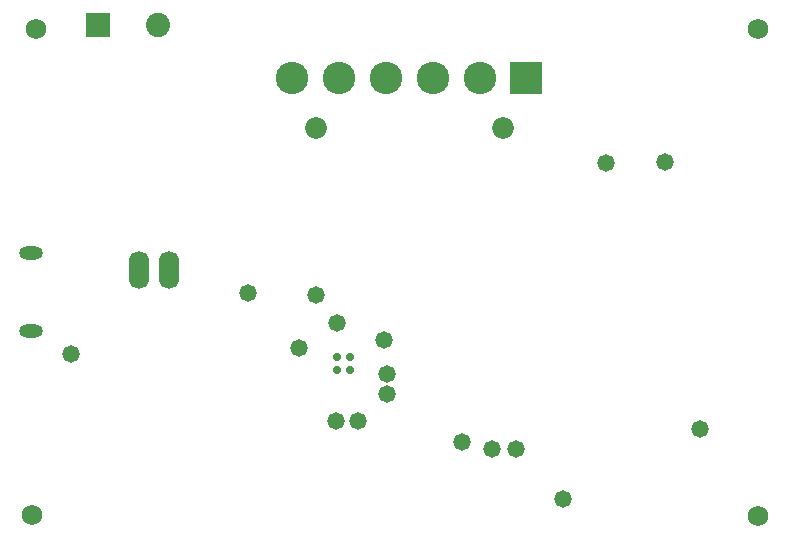
<source format=gbs>
G04*
G04 #@! TF.GenerationSoftware,Altium Limited,Altium Designer,19.1.5 (86)*
G04*
G04 Layer_Color=16711935*
%FSLAX25Y25*%
%MOIN*%
G70*
G01*
G75*
%ADD43O,0.06737X0.12674*%
%ADD44C,0.07217*%
%ADD45R,0.10839X0.10839*%
%ADD46C,0.10839*%
%ADD47R,0.08083X0.08083*%
%ADD48C,0.08083*%
%ADD49O,0.07887X0.04343*%
%ADD50C,0.02769*%
%ADD51C,0.06800*%
%ADD52C,0.05800*%
D43*
X52321Y89867D02*
D03*
X42479D02*
D03*
D44*
X163705Y137207D02*
D03*
X101342D02*
D03*
D45*
X171500Y153900D02*
D03*
D46*
X155909D02*
D03*
X140319D02*
D03*
X124728D02*
D03*
X109138D02*
D03*
X93547D02*
D03*
D47*
X28800Y171500D02*
D03*
D48*
X48800D02*
D03*
D49*
X6268Y69708D02*
D03*
Y95692D02*
D03*
D50*
Y69708D02*
D03*
Y95692D02*
D03*
X108335Y56435D02*
D03*
Y60765D02*
D03*
X112665Y56435D02*
D03*
Y60765D02*
D03*
D51*
X8200Y170200D02*
D03*
X248800Y170100D02*
D03*
X6800Y8100D02*
D03*
X248600Y7900D02*
D03*
D52*
X95900Y63900D02*
D03*
X78800Y82300D02*
D03*
X183600Y13400D02*
D03*
X229500Y37000D02*
D03*
X19900Y61800D02*
D03*
X198100Y125700D02*
D03*
X217600Y125800D02*
D03*
X150000Y32600D02*
D03*
X124000Y66600D02*
D03*
X168000Y30100D02*
D03*
X160000D02*
D03*
X101500Y81600D02*
D03*
X108500Y72100D02*
D03*
X125000Y55100D02*
D03*
Y48600D02*
D03*
X108000Y39600D02*
D03*
X115500D02*
D03*
M02*

</source>
